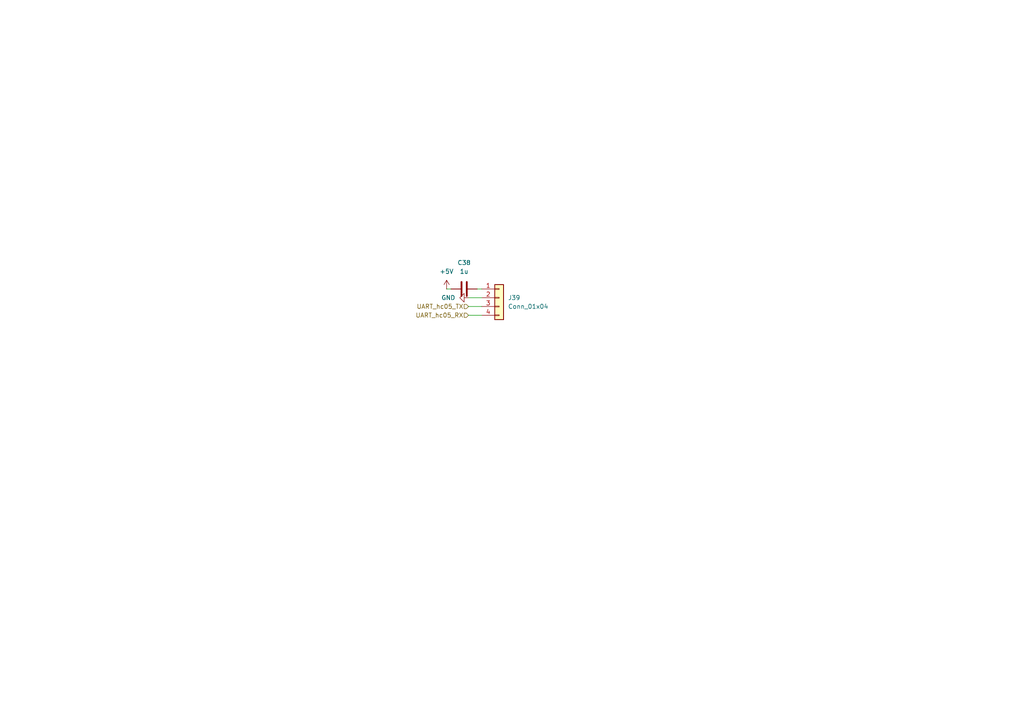
<source format=kicad_sch>
(kicad_sch (version 20250114) (generator "eeschema") (generator_version "9.0")
  (paper "A4")
  (lib_symbols
    (symbol "+5V_1" (power) (pin_numbers (hide yes)) (pin_names (offset 0) (hide yes))
      (property "Value" "+5V" (at 0 3.556 0))
      (symbol "+5V_1_0_1"
        (polyline (pts (xy -0.762 1.27) (xy 0 2.54)))
        (polyline (pts (xy 0 2.54) (xy 0.762 1.27)))
        (polyline (pts (xy 0 0) (xy 0 2.54)))
      )
      (symbol "+5V_1_1_1"
        (pin power_in line (at 0 0 90) (length 0) (name "~") (number "1"))
      )
    )
    (symbol "Connector_Generic:Conn_01x04" (pin_names (offset 1.016) (hide yes))
      (property "Reference" "J" (at 0 5.08 0))
      (property "Value" "Conn_01x04" (at 0 -7.62 0))
      (symbol "Conn_01x04_1_1"
        (rectangle (start -1.27 3.81) (end 1.27 -6.35) (stroke (width 0.254)) (fill (type background)))
        (rectangle (start -1.27 2.667) (end 0 2.413) (stroke (width 0.1524)))
        (rectangle (start -1.27 0.127) (end 0 -0.127) (stroke (width 0.1524)))
        (rectangle (start -1.27 -2.413) (end 0 -2.667) (stroke (width 0.1524)))
        (rectangle (start -1.27 -4.953) (end 0 -5.207) (stroke (width 0.1524)))
        (pin passive line (at -5.08 2.54 0) (length 3.81) (name "Pin_1") (number "1"))
        (pin passive line (at -5.08 0 0) (length 3.81) (name "Pin_2") (number "2"))
        (pin passive line (at -5.08 -2.54 0) (length 3.81) (name "Pin_3") (number "3"))
        (pin passive line (at -5.08 -5.08 0) (length 3.81) (name "Pin_4") (number "4"))
      )
    )
    (symbol "Device:C" (pin_numbers (hide yes)) (pin_names (offset 0.254))
      (property "Reference" "C" (at 0.635 2.54 0))
      (property "Value" "C" (at 0.635 -2.54 0))
      (symbol "C_0_1"
        (polyline (pts (xy -2.032 0.762) (xy 2.032 0.762)) (stroke (width 0.508)))
        (polyline (pts (xy -2.032 -0.762) (xy 2.032 -0.762)) (stroke (width 0.508)))
      )
      (symbol "C_1_1"
        (pin passive line (at 0 3.81 270) (length 2.794) (name "~") (number "1"))
        (pin passive line (at 0 -3.81 90) (length 2.794) (name "~") (number "2"))
      )
    )
    (symbol "GND_2" (power) (pin_numbers (hide yes)) (pin_names (offset 0) (hide yes))
      (property "Value" "GND" (at 0 -3.81 0))
      (symbol "GND_2_0_1"
        (polyline (pts (xy 0 0) (xy 0 -1.27) (xy 1.27 -1.27) (xy 0 -2.54) (xy -1.27 -1.27) (xy 0 -1.27)))
      )
      (symbol "GND_2_1_1"
        (pin power_in line (at 0 0 270) (length 0) (name "~") (number "1"))
      )
    )
  )
  (wire (pts (xy 135.89 86.36) (xy 139.7 86.36)))
  (wire (pts (xy 135.89 88.9) (xy 139.7 88.9)))
  (wire (pts (xy 135.89 91.44) (xy 139.7 91.44)))
  (wire (pts (xy 138.43 83.82) (xy 139.7 83.82)))
  (wire (pts (xy 129.54 83.82) (xy 130.81 83.82)))
  (hierarchical_label "UART_hc05_RX" (shape input) (at 135.89 91.44 180))
  (hierarchical_label "UART_hc05_TX" (shape input) (at 135.89 88.9 180))
  (symbol (lib_id "Device:C") (at 134.62 83.82 90) (unit 1)
    (property "Reference" "C38" (at 134.62 76.2 90))
    (property "Value" "1u" (at 134.62 78.74 90))
    (property "Footprint" "Capacitor_SMD:C_0603_1608Metric" (effects (hide yes)))
    (property "Description" "Unpolarized capacitor" (effects (hide yes)))
  )
  (symbol (lib_name "+5V_1") (lib_id "power:+5V") (at 129.54 83.82 0) (unit 1)
    (property "Reference" "#PWR092" (effects (hide yes)))
    (property "Value" "+5V" (at 129.54 78.74 0))
    (property "Description" "Power symbol creates a global label with name \"+5V\"" (effects (hide yes)))
  )
  (symbol (lib_name "GND_2") (lib_id "power:GND") (at 135.89 86.36 270) (unit 1)
    (property "Reference" "#PWR093" (effects (hide yes)))
    (property "Value" "GND" (at 132.08 86.3599 90) (effects (justify right)))
    (property "Description" "Power symbol creates a global label with name \"GND\" , ground" (effects (hide yes)))
  )
  (symbol (lib_id "Connector_Generic:Conn_01x04") (at 144.78 86.36 0) (unit 1)
    (property "Reference" "J39" (at 147.32 86.3599 0) (effects (justify left)))
    (property "Value" "Conn_01x04" (at 147.32 88.8999 0) (effects (justify left)))
    (property "Footprint" "Connector_JST:JST_EH_B4B-EH-A_1x04_P2.50mm_Vertical" (effects (hide yes)))
    (property "Description" "Generic connector, single row, 01x04, script generated (kicad-library-utils/schlib/autogen/connector/)" (effects (hide yes)))
  )
)
</source>
